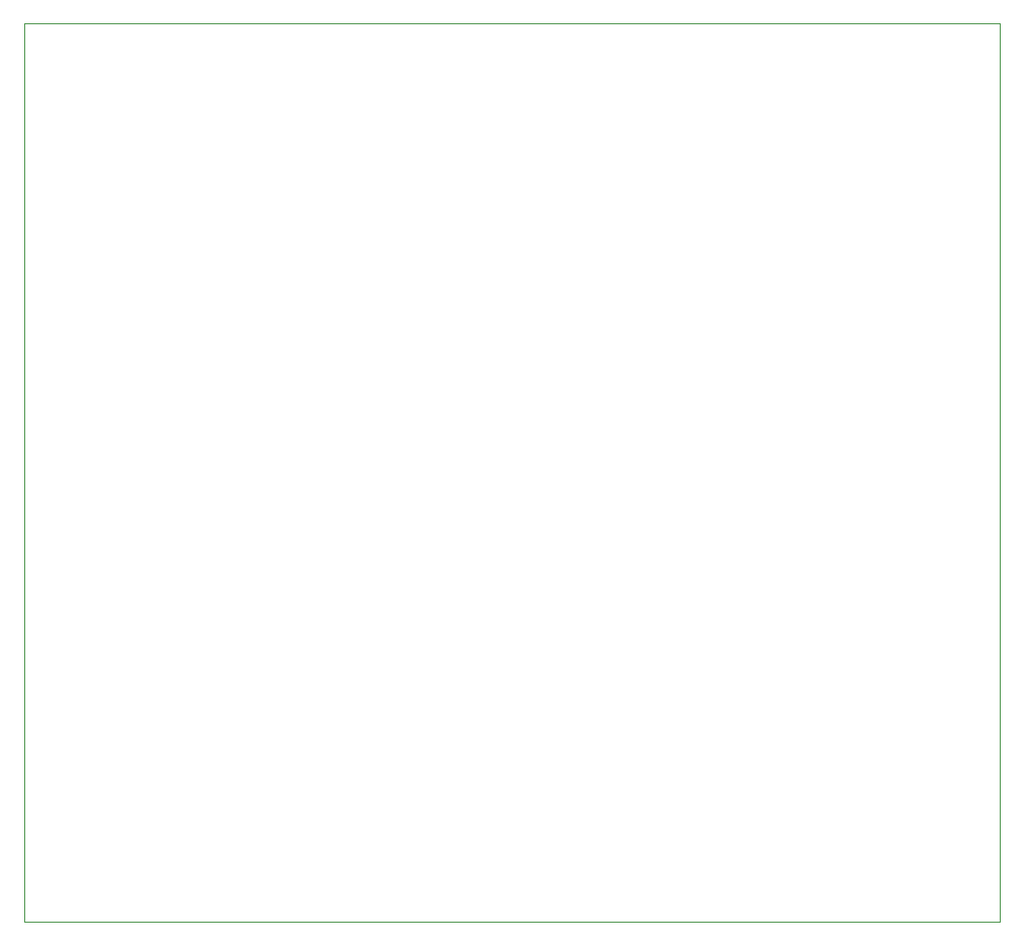
<source format=gbr>
%TF.GenerationSoftware,Altium Limited,Altium Designer,23.10.1 (27)*%
G04 Layer_Color=0*
%FSLAX45Y45*%
%MOMM*%
%TF.SameCoordinates,F86A89F4-389E-4F6C-A475-7AF67203D636*%
%TF.FilePolarity,Positive*%
%TF.FileFunction,Profile,NP*%
%TF.Part,Single*%
G01*
G75*
%TA.AperFunction,Profile*%
%ADD25C,0.02540*%
D25*
Y7841005D02*
Y0D01*
X8506993D01*
Y7841005D01*
X0D01*
%TF.MD5,6d3805ed416dc4cd91f92500896f8acf*%
M02*

</source>
